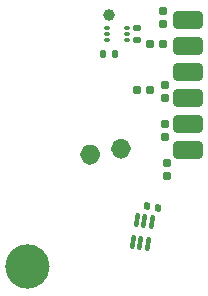
<source format=gbr>
%TF.GenerationSoftware,KiCad,Pcbnew,8.99.0-417-ga763d613e5*%
%TF.CreationDate,2024-07-02T15:16:59-04:00*%
%TF.ProjectId,kawaiiSD,6b617761-6969-4534-942e-6b696361645f,rev?*%
%TF.SameCoordinates,Original*%
%TF.FileFunction,Soldermask,Bot*%
%TF.FilePolarity,Negative*%
%FSLAX46Y46*%
G04 Gerber Fmt 4.6, Leading zero omitted, Abs format (unit mm)*
G04 Created by KiCad (PCBNEW 8.99.0-417-ga763d613e5) date 2024-07-02 15:16:59*
%MOMM*%
%LPD*%
G01*
G04 APERTURE LIST*
G04 Aperture macros list*
%AMRoundRect*
0 Rectangle with rounded corners*
0 $1 Rounding radius*
0 $2 $3 $4 $5 $6 $7 $8 $9 X,Y pos of 4 corners*
0 Add a 4 corners polygon primitive as box body*
4,1,4,$2,$3,$4,$5,$6,$7,$8,$9,$2,$3,0*
0 Add four circle primitives for the rounded corners*
1,1,$1+$1,$2,$3*
1,1,$1+$1,$4,$5*
1,1,$1+$1,$6,$7*
1,1,$1+$1,$8,$9*
0 Add four rect primitives between the rounded corners*
20,1,$1+$1,$2,$3,$4,$5,0*
20,1,$1+$1,$4,$5,$6,$7,0*
20,1,$1+$1,$6,$7,$8,$9,0*
20,1,$1+$1,$8,$9,$2,$3,0*%
G04 Aperture macros list end*
%ADD10C,0.855000*%
%ADD11C,1.900000*%
%ADD12C,0.880000*%
%ADD13C,1.000000*%
%ADD14RoundRect,0.175000X0.175000X-0.175000X0.175000X0.175000X-0.175000X0.175000X-0.175000X-0.175000X0*%
%ADD15RoundRect,0.175000X-0.175000X-0.175000X0.175000X-0.175000X0.175000X0.175000X-0.175000X0.175000X0*%
%ADD16RoundRect,0.140000X0.140000X0.170000X-0.140000X0.170000X-0.140000X-0.170000X0.140000X-0.170000X0*%
%ADD17RoundRect,0.140000X-0.167393X-0.143107X0.108353X-0.191728X0.167393X0.143107X-0.108353X0.191728X0*%
%ADD18RoundRect,0.300000X0.950000X0.450000X-0.950000X0.450000X-0.950000X-0.450000X0.950000X-0.450000X0*%
%ADD19RoundRect,0.075000X-0.162500X0.075000X-0.162500X-0.075000X0.162500X-0.075000X0.162500X0.075000X0*%
%ADD20RoundRect,0.140000X0.170000X-0.140000X0.170000X0.140000X-0.170000X0.140000X-0.170000X-0.140000X0*%
%ADD21RoundRect,0.100000X0.185305X0.475039X-0.011657X0.509769X-0.185305X-0.475039X0.011657X-0.509769X0*%
%ADD22RoundRect,0.175000X0.175000X0.175000X-0.175000X0.175000X-0.175000X-0.175000X0.175000X-0.175000X0*%
G04 APERTURE END LIST*
D10*
X166467541Y-113004906D02*
G75*
G02*
X165612541Y-113004906I-427500J0D01*
G01*
X165612541Y-113004906D02*
G75*
G02*
X166467541Y-113004906I427500J0D01*
G01*
D11*
X159077131Y-122980230D02*
G75*
G02*
X157177131Y-122980230I-950000J0D01*
G01*
X157177131Y-122980230D02*
G75*
G02*
X159077131Y-122980230I950000J0D01*
G01*
D12*
X163880041Y-113504906D02*
G75*
G02*
X163000041Y-113504906I-440000J0D01*
G01*
X163000041Y-113504906D02*
G75*
G02*
X163880041Y-113504906I440000J0D01*
G01*
D13*
%TO.C,TP9*%
X165040041Y-101704906D03*
%TD*%
D14*
%TO.C,D10*%
X168540041Y-108004906D03*
X167440041Y-108004906D03*
%TD*%
D15*
%TO.C,D4*%
X169640041Y-102454906D03*
X169640041Y-101354906D03*
%TD*%
D16*
%TO.C,C10*%
X165520041Y-105004906D03*
X164560041Y-105004906D03*
%TD*%
D17*
%TO.C,C7*%
X168225430Y-117865571D03*
X169170846Y-118032273D03*
%TD*%
D18*
%TO.C,TP11*%
X171740041Y-110904906D03*
%TD*%
D19*
%TO.C,U2*%
X164902041Y-103804906D03*
X164902041Y-103304906D03*
X164902041Y-102804906D03*
X166578041Y-102804906D03*
X166578041Y-103304906D03*
X166578041Y-103804906D03*
%TD*%
D18*
%TO.C,TP12*%
X171740041Y-108704906D03*
%TD*%
%TO.C,TP15*%
X171740041Y-104304906D03*
%TD*%
D15*
%TO.C,D3*%
X169940041Y-115354906D03*
X169940041Y-114254906D03*
%TD*%
D18*
%TO.C,TP14*%
X171740041Y-106504906D03*
%TD*%
D20*
%TO.C,C11*%
X167440040Y-103784905D03*
X167440042Y-102824907D03*
%TD*%
D15*
%TO.C,D2*%
X169740041Y-112054906D03*
X169740041Y-110954906D03*
%TD*%
D18*
%TO.C,TP16*%
X171740041Y-102104906D03*
%TD*%
D21*
%TO.C,S1*%
X167364882Y-119016468D03*
X168005006Y-119129339D03*
X168645132Y-119242211D03*
X168315200Y-121113346D03*
X167675076Y-121000475D03*
X167034950Y-120887603D03*
%TD*%
D22*
%TO.C,D1*%
X169740041Y-107654906D03*
X169740041Y-108754906D03*
%TD*%
D18*
%TO.C,TP13*%
X171740041Y-113104906D03*
%TD*%
D14*
%TO.C,D5*%
X169590041Y-104104906D03*
X168490041Y-104104906D03*
%TD*%
M02*

</source>
